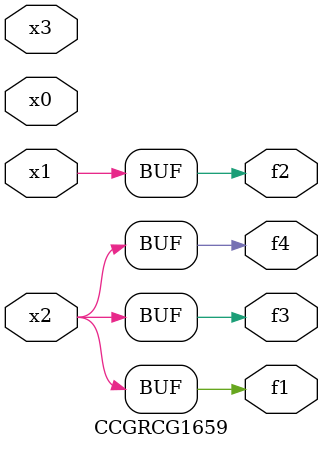
<source format=v>
module CCGRCG1659(
	input x0, x1, x2, x3,
	output f1, f2, f3, f4
);
	assign f1 = x2;
	assign f2 = x1;
	assign f3 = x2;
	assign f4 = x2;
endmodule

</source>
